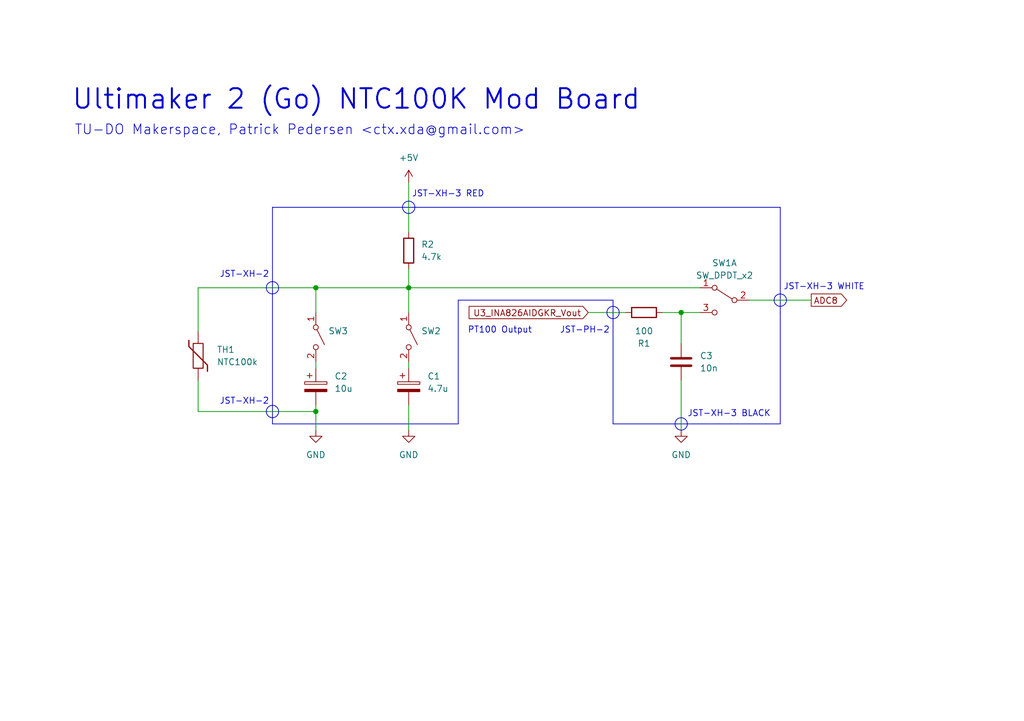
<source format=kicad_sch>
(kicad_sch (version 20230121) (generator eeschema)
  (paper "A5")
  (title_block (title "Ultimaker 2 (Go) NTC100K Mod Board") (date "2023-07-07") (company "TU-DO Makerspace") (comment 1 "Patrick Pedersen <ctx.xda@gmail.com>"))
  (lib_symbols
    (symbol "Device:C" (pin_numbers hide) (pin_names (offset 0.254))
      (property "Reference" "C" (at 0.635 2.54 0))
      (property "Value" "C" (at 0.635 -2.54 0))
      (symbol "C_0_1"
        (polyline (pts (xy -2.032 -0.762) (xy 2.032 -0.762)) (stroke (width 0.508)))
        (polyline (pts (xy -2.032 0.762) (xy 2.032 0.762)) (stroke (width 0.508)))
      )
      (symbol "C_1_1"
        (pin passive line (at 0 3.81 270) (length 2.794) (name "~") (number "1"))
        (pin passive line (at 0 -3.81 90) (length 2.794) (name "~") (number "2"))
      )
    )
    (symbol "Device:C_Polarized" (pin_numbers hide) (pin_names (offset 0.254))
      (property "Reference" "C" (at 0.635 2.54 0))
      (property "Value" "C_Polarized" (at 0.635 -2.54 0))
      (symbol "C_Polarized_0_1"
        (rectangle (start -2.286 0.508) (end 2.286 1.016))
        (polyline (pts (xy -1.778 2.286) (xy -0.762 2.286)))
        (polyline (pts (xy -1.27 2.794) (xy -1.27 1.778)))
        (rectangle (start 2.286 -0.508) (end -2.286 -1.016) (fill (type outline)))
      )
      (symbol "C_Polarized_1_1"
        (pin passive line (at 0 3.81 270) (length 2.794) (name "~") (number "1"))
        (pin passive line (at 0 -3.81 90) (length 2.794) (name "~") (number "2"))
      )
    )
    (symbol "Device:R" (pin_numbers hide) (pin_names (offset 0))
      (property "Reference" "R" (at 2.032 0 90))
      (property "Value" "R" (at 0 0 90))
      (symbol "R_0_1"
        (rectangle (start -1.016 -2.54) (end 1.016 2.54) (stroke (width 0.254)))
      )
      (symbol "R_1_1"
        (pin passive line (at 0 3.81 270) (length 1.27) (name "~") (number "1"))
        (pin passive line (at 0 -3.81 90) (length 1.27) (name "~") (number "2"))
      )
    )
    (symbol "Device:Thermistor" (pin_numbers hide) (pin_names (offset 0))
      (property "Reference" "TH" (at 2.54 1.27 90))
      (property "Value" "Thermistor" (at -2.54 0 90))
      (symbol "Thermistor_0_1"
        (rectangle (start -1.016 2.54) (end 1.016 -2.54) (stroke (width 0.2032)))
        (polyline (pts (xy -1.905 3.175) (xy -1.905 1.905) (xy 1.905 -1.905) (xy 1.905 -3.175) (xy 1.905 -3.175)) (stroke (width 0.254)))
      )
      (symbol "Thermistor_1_1"
        (pin passive line (at 0 5.08 270) (length 2.54) (name "~") (number "1"))
        (pin passive line (at 0 -5.08 90) (length 2.54) (name "~") (number "2"))
      )
    )
    (symbol "Switch:SW_DPDT_x2" (pin_names (offset 0) hide)
      (property "Reference" "SW" (at 0 4.318 0))
      (property "Value" "SW_DPDT_x2" (at 0 -5.08 0))
      (symbol "SW_DPDT_x2_0_0"
        (circle (center -2.032 0) (radius 0.508))
        (circle (center 2.032 -2.54) (radius 0.508))
      )
      (symbol "SW_DPDT_x2_0_1"
        (polyline (pts (xy -1.524 0.254) (xy 1.651 2.286)))
        (circle (center 2.032 2.54) (radius 0.508))
      )
      (symbol "SW_DPDT_x2_1_1"
        (pin passive line (at 5.08 2.54 180) (length 2.54) (name "A") (number "1"))
        (pin passive line (at -5.08 0 0) (length 2.54) (name "B") (number "2"))
        (pin passive line (at 5.08 -2.54 180) (length 2.54) (name "C") (number "3"))
      )
      (symbol "SW_DPDT_x2_2_1"
        (pin passive line (at 5.08 2.54 180) (length 2.54) (name "A") (number "4"))
        (pin passive line (at -5.08 0 0) (length 2.54) (name "B") (number "5"))
        (pin passive line (at 5.08 -2.54 180) (length 2.54) (name "C") (number "6"))
      )
    )
    (symbol "Switch:SW_SPST" (pin_names (offset 0) hide)
      (property "Reference" "SW" (at 0 3.175 0))
      (property "Value" "SW_SPST" (at 0 -2.54 0))
      (symbol "SW_SPST_0_0"
        (circle (center -2.032 0) (radius 0.508))
        (polyline (pts (xy -1.524 0.254) (xy 1.524 1.778)))
        (circle (center 2.032 0) (radius 0.508))
      )
      (symbol "SW_SPST_1_1"
        (pin passive line (at -5.08 0 0) (length 2.54) (name "A") (number "1"))
        (pin passive line (at 5.08 0 180) (length 2.54) (name "B") (number "2"))
      )
    )
    (symbol "power:+5V" (power) (pin_names (offset 0))
      (property "Value" "+5V" (at 0 3.556 0))
      (symbol "+5V_0_1"
        (polyline (pts (xy -0.762 1.27) (xy 0 2.54)))
        (polyline (pts (xy 0 0) (xy 0 2.54)))
        (polyline (pts (xy 0 2.54) (xy 0.762 1.27)))
      )
      (symbol "+5V_1_1"
        (pin power_in line (at 0 0 90) (length 0) hide (name "+5V") (number "1"))
      )
    )
    (symbol "power:GND" (power) (pin_names (offset 0))
      (property "Value" "GND" (at 0 -3.81 0))
      (symbol "GND_0_1"
        (polyline (pts (xy 0 0) (xy 0 -1.27) (xy 1.27 -1.27) (xy 0 -2.54) (xy -1.27 -1.27) (xy 0 -1.27)))
      )
      (symbol "GND_1_1"
        (pin power_in line (at 0 0 270) (length 0) hide (name "GND") (number "1"))
      )
    )
  )
  (junction (at 139.7 64.135))
  (junction (at 64.77 84.455))
  (junction (at 64.77 59.055))
  (junction (at 83.82 59.055))
  (polyline (pts (xy 125.73 86.995) (xy 160.02 86.995)))
  (wire (pts (xy 83.82 47.625) (xy 83.82 37.465)))
  (polyline (pts (xy 160.02 64.135) (xy 160.02 42.545)))
  (wire (pts (xy 40.64 84.455) (xy 40.64 78.105)))
  (polyline (pts (xy 55.88 42.545) (xy 55.88 86.995)))
  (wire (pts (xy 135.89 64.135) (xy 139.7 64.135)))
  (wire (pts (xy 40.64 59.055) (xy 40.64 67.945)))
  (wire (pts (xy 83.82 55.245) (xy 83.82 59.055)))
  (polyline (pts (xy 93.98 86.995) (xy 93.98 61.595)))
  (polyline (pts (xy 160.02 42.545) (xy 55.88 42.545)))
  (wire (pts (xy 64.77 59.055) (xy 40.64 59.055)))
  (wire (pts (xy 64.77 84.455) (xy 40.64 84.455)))
  (wire (pts (xy 64.77 74.295) (xy 64.77 75.565)))
  (polyline (pts (xy 160.02 64.135) (xy 160.02 86.995)))
  (polyline (pts (xy 125.73 61.595) (xy 125.73 86.995)))
  (wire (pts (xy 128.27 64.135) (xy 120.65 64.135)))
  (polyline (pts (xy 93.98 61.595) (xy 125.73 61.595)))
  (wire (pts (xy 64.77 84.455) (xy 64.77 88.265)))
  (wire (pts (xy 153.67 61.595) (xy 166.37 61.595)))
  (wire (pts (xy 139.7 78.105) (xy 139.7 88.265)))
  (wire (pts (xy 64.77 59.055) (xy 83.82 59.055)))
  (wire (pts (xy 64.77 84.455) (xy 64.77 83.185)))
  (wire (pts (xy 83.82 59.055) (xy 143.51 59.055)))
  (wire (pts (xy 139.7 64.135) (xy 139.7 70.485)))
  (wire (pts (xy 83.82 59.055) (xy 83.82 64.135)))
  (wire (pts (xy 83.82 74.295) (xy 83.82 75.565)))
  (wire (pts (xy 64.77 59.055) (xy 64.77 64.135)))
  (wire (pts (xy 139.7 64.135) (xy 143.51 64.135)))
  (wire (pts (xy 83.82 83.185) (xy 83.82 88.265)))
  (polyline (pts (xy 55.88 86.995) (xy 93.98 86.995)))
  (circle (center 160.02 61.595) (radius 1.27))
  (circle (center 125.73 64.135) (radius 1.27))
  (circle (center 139.7 86.995) (radius 1.27))
  (circle (center 55.88 84.455) (radius 1.27))
  (circle (center 83.82 42.545) (radius 1.27))
  (circle (center 55.88 59.055) (radius 1.27))
  (text "JST-XH-3 BLACK" (at 140.97 85.725 0) (effects (font (size 1.27 1.27)) (justify left bottom)))
  (text "JST-XH-2" (at 55.245 57.15 0) (effects (font (size 1.27 1.27)) (justify right bottom)))
  (text "Ultimaker 2 (Go) NTC100K Mod Board" (at 14.605 22.86 0) (effects (font (size 4 4) (thickness 0.4) bold) (justify left bottom)))
  (text "JST-XH-3 RED" (at 84.455 40.64 0) (effects (font (size 1.27 1.27)) (justify left bottom)))
  (text "PT100 Output" (at 95.885 68.58 0) (effects (font (size 1.27 1.27)) (justify left bottom)))
  (text "TU-DO Makerspace, Patrick Pedersen <ctx.xda@gmail.com>" (at 15.24 27.94 0) (effects (font (size 2 2)) (justify left bottom)))
  (text "JST-PH-2" (at 125.095 68.58 0) (effects (font (size 1.27 1.27)) (justify right bottom)))
  (text "JST-XH-3 WHITE" (at 160.655 59.69 0) (effects (font (size 1.27 1.27)) (justify left bottom)))
  (text "JST-XH-2" (at 55.245 83.185 0) (effects (font (size 1.27 1.27)) (justify right bottom)))
  (global_label "ADC8" (shape output) (at 166.37 61.595 0) (property "Intersheetrefs" "${INTERSHEET_REFS}" (effects hide)))
  (global_label "U3_INA826AIDGKR_Vout" (shape input) (at 120.65 64.135 180) (property "Intersheetrefs" "${INTERSHEET_REFS}" (effects hide)))
  (symbol (lib_id "Device:C") (at 139.7 74.295 0) (unit 1)
    (property "Reference" "C3" (at 143.51 73.025 0) (effects (justify left)))
    (property "Value" "10n" (at 143.51 75.565 0) (effects (justify left)))
  )
  (symbol (lib_id "Device:R") (at 83.82 51.435 0) (unit 1)
    (property "Reference" "R2" (at 86.36 50.165 0) (effects (justify left)))
    (property "Value" "4.7k" (at 86.36 52.705 0) (effects (justify left)))
  )
  (symbol (lib_id "Switch:SW_DPDT_x2") (at 148.59 61.595 0) (mirror y) (unit 1)
    (property "Reference" "SW1" (at 148.59 53.975 0))
    (property "Value" "SW_DPDT_x2" (at 148.59 56.515 0))
  )
  (symbol (lib_id "power:+5V") (at 83.82 37.465 0) (unit 1)
    (property "Reference" "#PWR01" (effects hide))
    (property "Value" "+5V" (at 83.82 32.385 0))
  )
  (symbol (lib_id "power:GND") (at 83.82 88.265 0) (unit 1)
    (property "Reference" "#PWR03" (effects hide))
    (property "Value" "GND" (at 83.82 93.345 0))
  )
  (symbol (lib_id "power:GND") (at 64.77 88.265 0) (unit 1)
    (property "Reference" "#PWR04" (effects hide))
    (property "Value" "GND" (at 64.77 93.345 0))
  )
  (symbol (lib_id "Switch:SW_SPST") (at 64.77 69.215 270) (unit 1)
    (property "Reference" "SW3" (at 67.31 67.945 90) (effects (justify left)))
    (property "Value" "SW_SPST" (effects hide))
  )
  (symbol (lib_id "Device:Thermistor") (at 40.64 73.025 0) (unit 1)
    (property "Reference" "TH1" (at 44.45 71.755 0) (effects (justify left)))
    (property "Value" "NTC100k" (at 44.45 74.295 0) (effects (justify left)))
  )
  (symbol (lib_id "Device:R") (at 132.08 64.135 90) (mirror x) (unit 1)
    (property "Reference" "R1" (at 132.08 70.485 90))
    (property "Value" "100" (at 132.08 67.945 90))
  )
  (symbol (lib_id "power:GND") (at 139.7 88.265 0) (unit 1)
    (property "Reference" "#PWR05" (effects hide))
    (property "Value" "GND" (at 139.7 93.345 0))
  )
  (symbol (lib_id "Device:C_Polarized") (at 83.82 79.375 0) (unit 1)
    (property "Reference" "C1" (at 87.63 77.216 0) (effects (justify left)))
    (property "Value" "4.7u" (at 87.63 79.756 0) (effects (justify left)))
  )
  (symbol (lib_id "Switch:SW_SPST") (at 83.82 69.215 270) (unit 1)
    (property "Reference" "SW2" (at 86.36 67.945 90) (effects (justify left)))
    (property "Value" "SW_SPST" (effects hide))
  )
  (symbol (lib_id "Device:C_Polarized") (at 64.77 79.375 0) (unit 1)
    (property "Reference" "C2" (at 68.58 77.216 0) (effects (justify left)))
    (property "Value" "10u" (at 68.58 79.756 0) (effects (justify left)))
  )
)
</source>
